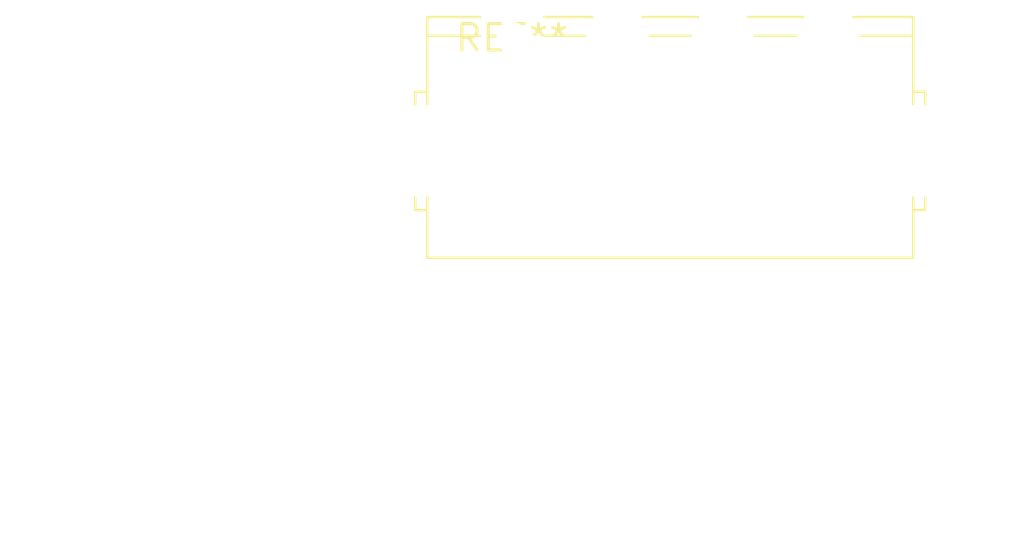
<source format=kicad_pcb>
(kicad_pcb (version 20240108) (generator pcbnew)
  (layers (0 "F.Cu" signal) (31 "B.Cu" signal) (34 "B.Paste" user) (35 "F.Paste" user) (36 "B.SilkS" user "B.Silkscreen") (37 "F.SilkS" user "F.Silkscreen") (38 "B.Mask" user) (39 "F.Mask" user) (44 "Edge.Cuts" user))
  (net 0 "")
  (footprint "Joint-Tech_C5080WR-04P_1x04_P5.08mm_Vertical" (layer "F.Cu") (at 0 0)
    (property "Reference" "REF**")
    (property "Value" "Joint-Tech_C5080WR-04P_1x04_P5.08mm_Vertical")
    (fp_line (start -4.67 2.6) (end -4.67 3.2) (layer "F.SilkS") (stroke (width 0.12)))
    (fp_line (start -4.67 2.6) (end -4.09 2.6) (layer "F.SilkS") (stroke (width 0.12)))
    (fp_line (start -4.67 8.3) (end -4.67 7.7) (layer "F.SilkS") (stroke (width 0.12)))
    (fp_line (start -4.67 8.3) (end -4.09 8.3) (layer "F.SilkS") (stroke (width 0.12)))
    (fp_line (start -4.09 -1) (end -4.09 3.2) (layer "F.SilkS") (stroke (width 0.12)))
    (fp_line (start -4.09 10.6) (end -4.09 7.7) (layer "F.SilkS") (stroke (width 0.12)))
    (fp_line (start -1.55 -1) (end -4.09 -1) (layer "F.SilkS") (stroke (width 0.12)))
    (fp_line (start -1.55 -0.1) (end -4.09 -0.1) (layer "F.SilkS") (stroke (width 0.12)))
    (fp_line (start 1.55 -1) (end 3.88 -1) (layer "F.SilkS") (stroke (width 0.12)))
    (fp_line (start 3.53 -0.1) (end 1.55 -0.1) (layer "F.SilkS") (stroke (width 0.12)))
    (fp_line (start 6.28 -1) (end 8.96 -1) (layer "F.SilkS") (stroke (width 0.12)))
    (fp_line (start 8.61 -0.1) (end 6.63 -0.1) (layer "F.SilkS") (stroke (width 0.12)))
    (fp_line (start 11.36 -1) (end 14.04 -1) (layer "F.SilkS") (stroke (width 0.12)))
    (fp_line (start 13.69 -0.1) (end 11.71 -0.1) (layer "F.SilkS") (stroke (width 0.12)))
    (fp_line (start 19.33 -1) (end 16.44 -1) (layer "F.SilkS") (stroke (width 0.12)))
    (fp_line (start 19.33 -1) (end 19.33 3.2) (layer "F.SilkS") (stroke (width 0.12)))
    (fp_line (start 19.33 -0.1) (end 16.79 -0.1) (layer "F.SilkS") (stroke (width 0.12)))
    (fp_line (start 19.33 10.6) (end -4.09 10.6) (layer "F.SilkS") (stroke (width 0.12)))
    (fp_line (start 19.33 10.6) (end 19.33 7.7) (layer "F.SilkS") (stroke (width 0.12)))
    (fp_line (start 19.91 2.6) (end 19.33 2.6) (layer "F.SilkS") (stroke (width 0.12)))
    (fp_line (start 19.91 2.6) (end 19.91 3.2) (layer "F.SilkS") (stroke (width 0.12)))
    (fp_line (start 19.91 8.3) (end 19.33 8.3) (layer "F.SilkS") (stroke (width 0.12)))
    (fp_line (start 19.91 8.3) (end 19.91 7.7) (layer "F.SilkS") (stroke (width 0.12)))
    (pad "1" thru_hole rect (at 0 0 180) (size 2.6 2.55) (drill 1.52) (layers *.Cu *.Mask) (remove_unused_layers))
    (pad "2" thru_hole circle (at 5.08 0 180) (size 2.6 2.6) (drill 1.52) (layers *.Cu *.Mask) (remove_unused_layers))
    (pad "3" thru_hole circle (at 10.16 0 180) (size 2.6 2.6) (drill 1.52) (layers *.Cu *.Mask) (remove_unused_layers))
    (pad "4" thru_hole circle (at 15.24 0 180) (size 2.6 2.6) (drill 1.52) (layers *.Cu *.Mask) (remove_unused_layers))
    (pad "5" thru_hole circle (at -4.38 5.45 180) (size 4 4) (drill 2.3) (layers *.Cu *.Mask) (remove_unused_layers))
    (pad "5" thru_hole circle (at 19.62 5.45 180) (size 4 4) (drill 2.3) (layers *.Cu *.Mask) (remove_unused_layers))
  )
)
</source>
